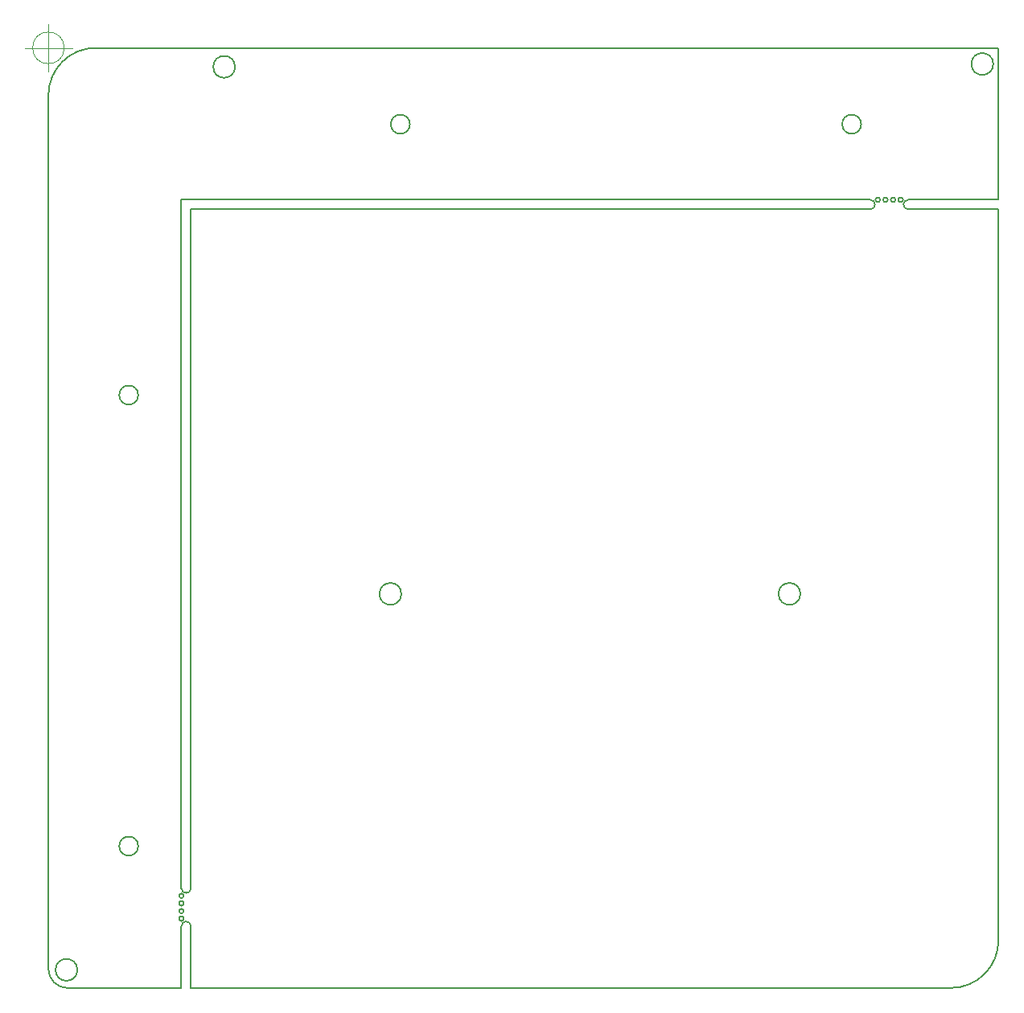
<source format=gm1>
G04 #@! TF.GenerationSoftware,KiCad,Pcbnew,(5.1.0)-1*
G04 #@! TF.CreationDate,2019-03-23T01:01:18+01:00*
G04 #@! TF.ProjectId,Schematic2,53636865-6d61-4746-9963-322e6b696361,rev?*
G04 #@! TF.SameCoordinates,Original*
G04 #@! TF.FileFunction,Profile,NP*
%FSLAX46Y46*%
G04 Gerber Fmt 4.6, Leading zero omitted, Abs format (unit mm)*
G04 Created by KiCad (PCBNEW (5.1.0)-1) date 2019-03-23 01:01:18*
%MOMM*%
%LPD*%
G04 APERTURE LIST*
%ADD10C,0.050000*%
%ADD11C,0.200000*%
G04 APERTURE END LIST*
D10*
X31636666Y-29970000D02*
G75*
G03X31636666Y-29970000I-1666666J0D01*
G01*
X27470000Y-29970000D02*
X32470000Y-29970000D01*
X29970000Y-27470000D02*
X29970000Y-32470000D01*
D11*
X44969999Y-118470000D02*
G75*
G02X43969999Y-118470000I-500000J0D01*
G01*
X120469999Y-45970000D02*
X129970000Y-45970000D01*
X43970000Y-45970000D02*
X43969999Y-118470000D01*
X43969999Y-122470000D02*
G75*
G02X44969999Y-122470000I500000J0D01*
G01*
X116470000Y-45970000D02*
G75*
G02X116470000Y-46970000I0J-500000D01*
G01*
X43969999Y-122470000D02*
X43969999Y-128970000D01*
X44969999Y-122470000D02*
X44969999Y-128970000D01*
X44969999Y-128970000D02*
X124970000Y-128970000D01*
X43970000Y-45970000D02*
X116469999Y-45970000D01*
X44970000Y-46969999D02*
X116469999Y-46970000D01*
X120469999Y-46970000D02*
X129970000Y-46970000D01*
X120469999Y-46970000D02*
G75*
G02X120469999Y-45970000I0J500000D01*
G01*
X44970000Y-46969999D02*
X44969999Y-118470000D01*
X119919999Y-45969999D02*
G75*
G03X119919999Y-45969999I-250000J0D01*
G01*
X119119999Y-45969999D02*
G75*
G03X119119999Y-45969999I-250000J0D01*
G01*
X118319999Y-45969999D02*
G75*
G03X118319999Y-45969999I-250000J0D01*
G01*
X117519999Y-45970000D02*
G75*
G03X117519999Y-45970000I-250000J0D01*
G01*
X44219999Y-119270000D02*
G75*
G03X44219999Y-119270000I-250000J0D01*
G01*
X44219999Y-120070000D02*
G75*
G03X44219999Y-120070000I-250000J0D01*
G01*
X44219999Y-120870000D02*
G75*
G03X44219999Y-120870000I-250000J0D01*
G01*
X44219999Y-121670000D02*
G75*
G03X44219999Y-121670000I-250000J0D01*
G01*
X109119999Y-87469999D02*
G75*
G03X109119999Y-87469999I-1150000J0D01*
G01*
X129970000Y-45970000D02*
X129970000Y-29970000D01*
X129970000Y-29970000D02*
X34970000Y-29970000D01*
X31970000Y-128969999D02*
X43970000Y-128970000D01*
X31970000Y-128969999D02*
G75*
G02X29970000Y-126969999I0J2000000D01*
G01*
X29970000Y-34970000D02*
X29970000Y-126969999D01*
X29970000Y-34970000D02*
G75*
G02X34970000Y-29970000I5000000J0D01*
G01*
X129970000Y-123970000D02*
X129970000Y-46970000D01*
X129970000Y-123970000D02*
G75*
G02X124970000Y-128970000I-5000000J0D01*
G01*
X67119999Y-87469999D02*
G75*
G03X67119999Y-87469999I-1150000J0D01*
G01*
X129420000Y-31669999D02*
G75*
G03X129420000Y-31669999I-1150000J0D01*
G01*
X49619999Y-31970000D02*
G75*
G03X49619999Y-31970000I-1150000J0D01*
G01*
X33020000Y-127069999D02*
G75*
G03X33020000Y-127069999I-1150000J0D01*
G01*
X39429024Y-114028001D02*
G75*
G03X39429024Y-114028001I-1000000J0D01*
G01*
X39429024Y-66528001D02*
G75*
G03X39429024Y-66528001I-1000000J0D01*
G01*
X115518001Y-38010976D02*
G75*
G03X115518001Y-38010976I-1000000J0D01*
G01*
X68018001Y-38010976D02*
G75*
G03X68018001Y-38010976I-1000000J0D01*
G01*
M02*

</source>
